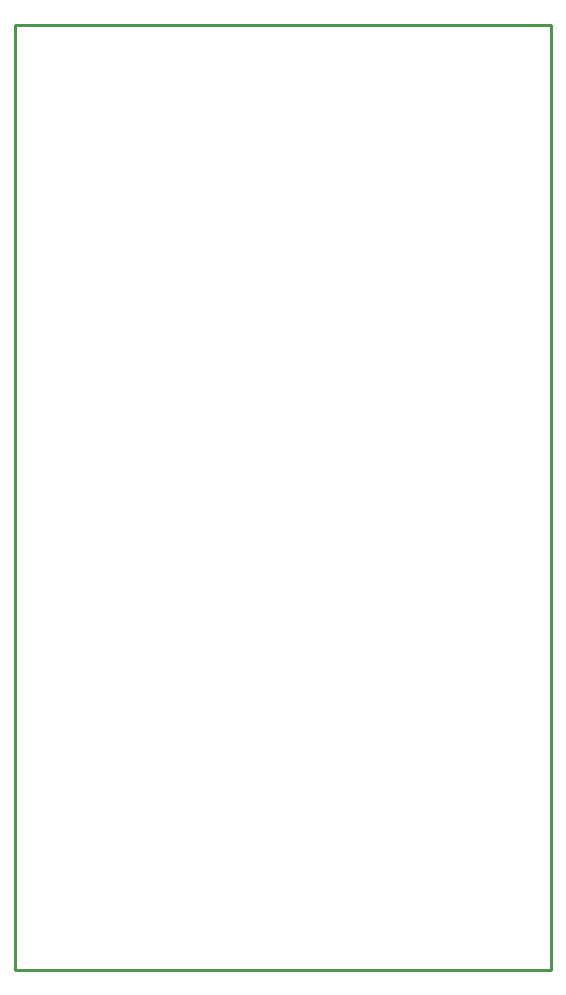
<source format=gko>
G04 EAGLE Gerber RS-274X export*
G75*
%MOMM*%
%FSLAX34Y34*%
%LPD*%
%INBoard Outline*%
%IPPOS*%
%AMOC8*
5,1,8,0,0,1.08239X$1,22.5*%
G01*
%ADD10C,0.000000*%
%ADD11C,0.254000*%


D10*
X0Y0D02*
X453900Y0D01*
X453900Y800000D01*
X0Y800000D01*
X0Y0D01*
D11*
X0Y0D02*
X453900Y0D01*
X453900Y800000D01*
X0Y800000D01*
X0Y0D01*
M02*

</source>
